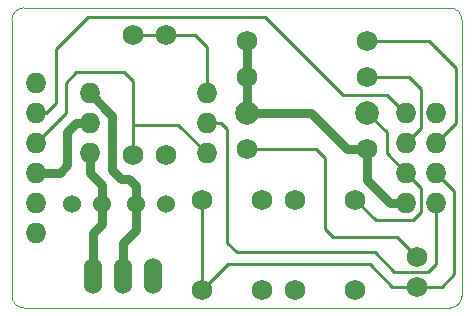
<source format=gtl>
G04 #@! TF.FileFunction,Copper,L1,Top,Signal*
%FSLAX46Y46*%
G04 Gerber Fmt 4.6, Leading zero omitted, Abs format (unit mm)*
G04 Created by KiCad (PCBNEW (2015-03-25 BZR 5536)-product) date 2015 July 22, Wednesday 22:21:14*
%MOMM*%
G01*
G04 APERTURE LIST*
%ADD10C,0.100000*%
%ADD11C,1.524000*%
%ADD12C,1.727200*%
%ADD13O,1.727200X1.727200*%
%ADD14O,1.524000X3.048000*%
%ADD15C,1.998980*%
%ADD16C,0.762000*%
%ADD17C,0.254000*%
G04 APERTURE END LIST*
D10*
X165100000Y-77216000D02*
X165100000Y-100584000D01*
X128016000Y-76200000D02*
X164084000Y-76200000D01*
X127000000Y-100584000D02*
X127000000Y-77216000D01*
X164084000Y-101600000D02*
X128016000Y-101600000D01*
X127000000Y-100584000D02*
G75*
G03X128016000Y-101600000I1016000J0D01*
G01*
X128016000Y-76200000D02*
G75*
G03X127000000Y-77216000I0J-1016000D01*
G01*
X165100000Y-77216000D02*
G75*
G03X164084000Y-76200000I-1016000J0D01*
G01*
X164084000Y-101600000D02*
G75*
G03X165100000Y-100584000I0J1016000D01*
G01*
D11*
X134620000Y-92837000D03*
X132080000Y-92837000D03*
X137541000Y-92837000D03*
X140081000Y-92837000D03*
D12*
X161290000Y-99822000D03*
X161290000Y-97282000D03*
D13*
X133604000Y-88519000D03*
X133604000Y-85979000D03*
X133604000Y-83439000D03*
X129032000Y-82550000D03*
X129032000Y-85090000D03*
X129032000Y-87630000D03*
X129032000Y-90170000D03*
X129032000Y-92710000D03*
X129032000Y-95250000D03*
X160401000Y-85090000D03*
X162941000Y-85090000D03*
X160401000Y-87630000D03*
X162941000Y-87630000D03*
X160401000Y-90170000D03*
X162941000Y-90170000D03*
X160401000Y-92710000D03*
X162941000Y-92710000D03*
X143510000Y-88519000D03*
X143510000Y-85979000D03*
X143510000Y-83439000D03*
D12*
X156083000Y-100076000D03*
X151003000Y-100076000D03*
X156083000Y-92456000D03*
X151003000Y-92456000D03*
X143129000Y-92456000D03*
X148209000Y-92456000D03*
X143129000Y-100076000D03*
X148209000Y-100076000D03*
D14*
X138938000Y-98933000D03*
X136398000Y-98933000D03*
X133858000Y-98933000D03*
D12*
X137287000Y-88646000D03*
X137287000Y-78486000D03*
X146939000Y-82042000D03*
X157099000Y-82042000D03*
X146939000Y-78994000D03*
X157099000Y-78994000D03*
X157099000Y-88138000D03*
X146939000Y-88138000D03*
X140081000Y-78486000D03*
X140081000Y-88646000D03*
D15*
X146939000Y-85090000D03*
X157099000Y-85090000D03*
D16*
X133858000Y-95250000D02*
X134620000Y-94488000D01*
X134620000Y-94488000D02*
X134620000Y-92837000D01*
X133858000Y-98933000D02*
X133858000Y-95250000D01*
X134620000Y-91186000D02*
X134620000Y-92837000D01*
X133604000Y-90170000D02*
X134620000Y-91186000D01*
X133604000Y-88519000D02*
X133604000Y-90170000D01*
X160401000Y-92710000D02*
X160020000Y-92710000D01*
X146939000Y-78994000D02*
X146939000Y-82042000D01*
X146939000Y-82042000D02*
X146939000Y-85090000D01*
X155384500Y-88138000D02*
X157099000Y-88138000D01*
X152336500Y-85090000D02*
X155384500Y-88138000D01*
X146939000Y-85090000D02*
X152336500Y-85090000D01*
X136398000Y-96139000D02*
X137541000Y-94996000D01*
X137541000Y-94996000D02*
X137541000Y-92837000D01*
X136398000Y-98933000D02*
X136398000Y-96139000D01*
X136906000Y-90678000D02*
X136271000Y-90678000D01*
X136271000Y-90678000D02*
X135509000Y-89916000D01*
X135509000Y-85344000D02*
X133604000Y-83439000D01*
X137541000Y-91313000D02*
X137541000Y-92837000D01*
X136906000Y-90678000D02*
X137541000Y-91313000D01*
X136271000Y-90678000D02*
X136906000Y-90678000D01*
X135509000Y-89916000D02*
X136271000Y-90678000D01*
X135509000Y-85344000D02*
X135509000Y-89916000D01*
X157099000Y-90805000D02*
X159004000Y-92710000D01*
X159004000Y-92710000D02*
X160401000Y-92710000D01*
X157099000Y-88138000D02*
X157099000Y-90805000D01*
D17*
X143129000Y-92456000D02*
X143129000Y-100076000D01*
X164465000Y-91694000D02*
X162941000Y-90170000D01*
X164465000Y-98742500D02*
X164465000Y-91694000D01*
X164465000Y-98742500D02*
X163385500Y-99822000D01*
X163385500Y-99822000D02*
X161290000Y-99822000D01*
X159194500Y-99822000D02*
X157289500Y-97917000D01*
X157289500Y-97917000D02*
X145288000Y-97917000D01*
X145288000Y-97917000D02*
X143129000Y-100076000D01*
X161290000Y-99822000D02*
X159194500Y-99822000D01*
X159639000Y-95631000D02*
X161290000Y-97282000D01*
X146939000Y-88138000D02*
X152717500Y-88138000D01*
X153479500Y-94932500D02*
X154178000Y-95631000D01*
X153479500Y-88900000D02*
X153479500Y-94932500D01*
X152717500Y-88138000D02*
X153479500Y-88900000D01*
X154178000Y-95631000D02*
X159639000Y-95631000D01*
D16*
X131699000Y-89535000D02*
X131064000Y-90170000D01*
X131064000Y-90170000D02*
X129032000Y-90170000D01*
X131699000Y-89535000D02*
X131699000Y-87884000D01*
X132397500Y-85979000D02*
X131699000Y-86677500D01*
X131699000Y-86677500D02*
X131699000Y-87884000D01*
X133604000Y-85979000D02*
X132397500Y-85979000D01*
D17*
X129921000Y-85090000D02*
X129032000Y-85090000D01*
X130746500Y-84264500D02*
X129921000Y-85090000D01*
X130746500Y-79692500D02*
X130746500Y-84264500D01*
X133477000Y-76962000D02*
X130746500Y-79692500D01*
X148463000Y-76962000D02*
X133477000Y-76962000D01*
X155067000Y-83566000D02*
X148463000Y-76962000D01*
X158750000Y-83566000D02*
X155067000Y-83566000D01*
X160274000Y-85090000D02*
X158750000Y-83566000D01*
X160401000Y-85090000D02*
X160274000Y-85090000D01*
X137287000Y-86106000D02*
X137287000Y-88646000D01*
X137287000Y-82423000D02*
X136525000Y-81661000D01*
X136525000Y-81661000D02*
X132461000Y-81661000D01*
X132461000Y-81661000D02*
X131572000Y-82550000D01*
X131572000Y-82550000D02*
X131572000Y-83756500D01*
X137287000Y-86106000D02*
X137287000Y-82423000D01*
X141097000Y-86106000D02*
X143510000Y-88519000D01*
X137287000Y-86106000D02*
X141097000Y-86106000D01*
X131572000Y-85090000D02*
X129032000Y-87630000D01*
X131572000Y-83756500D02*
X131572000Y-85090000D01*
X160655000Y-82042000D02*
X161671000Y-83058000D01*
X161671000Y-83058000D02*
X161671000Y-86360000D01*
X161671000Y-86360000D02*
X160401000Y-87630000D01*
X157099000Y-82042000D02*
X160655000Y-82042000D01*
X164592000Y-81280000D02*
X162306000Y-78994000D01*
X162306000Y-78994000D02*
X157099000Y-78994000D01*
X164592000Y-85979000D02*
X162941000Y-87630000D01*
X164592000Y-81280000D02*
X164592000Y-85979000D01*
X158750000Y-88519000D02*
X158750000Y-86741000D01*
X158750000Y-86741000D02*
X157099000Y-85090000D01*
X160401000Y-90170000D02*
X158750000Y-88519000D01*
X161671000Y-91440000D02*
X160401000Y-90170000D01*
X156083000Y-92456000D02*
X157797500Y-94170500D01*
X160972500Y-94170500D02*
X157797500Y-94170500D01*
X161671000Y-93472000D02*
X160972500Y-94170500D01*
X161671000Y-93472000D02*
X161671000Y-91440000D01*
X162941000Y-97853500D02*
X162242500Y-98552000D01*
X162242500Y-98552000D02*
X159385000Y-98552000D01*
X159385000Y-98552000D02*
X157734000Y-96901000D01*
X144716500Y-85979000D02*
X143510000Y-85979000D01*
X144716500Y-85979000D02*
X145224500Y-86487000D01*
X146050000Y-96901000D02*
X157734000Y-96901000D01*
X145224500Y-96075500D02*
X146050000Y-96901000D01*
X145224500Y-96075500D02*
X145224500Y-86487000D01*
X162941000Y-92710000D02*
X162941000Y-97853500D01*
X137287000Y-78486000D02*
X140081000Y-78486000D01*
X142494000Y-78486000D02*
X140081000Y-78486000D01*
X142494000Y-78486000D02*
X143510000Y-79502000D01*
X143510000Y-83439000D02*
X143510000Y-79502000D01*
M02*

</source>
